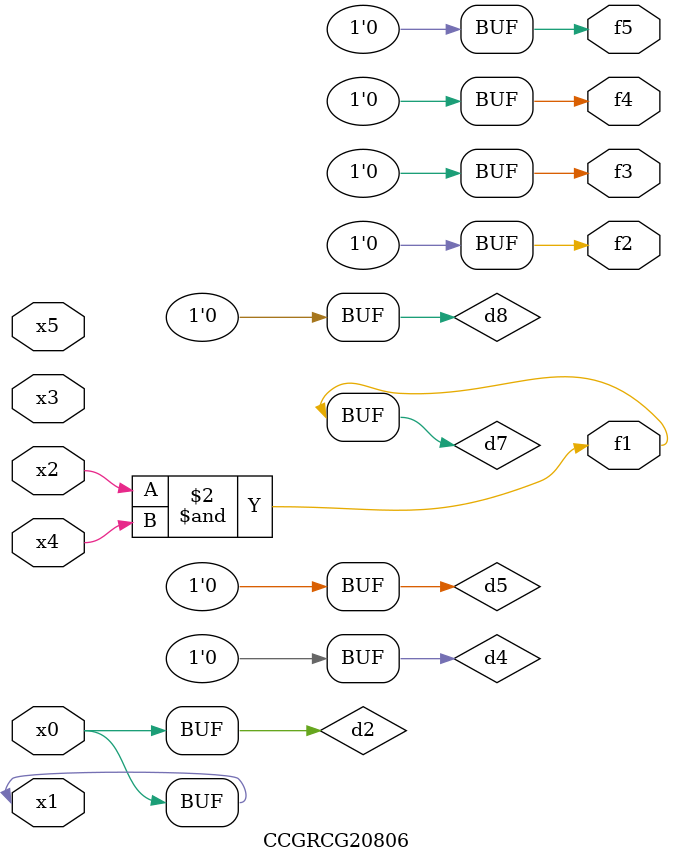
<source format=v>
module CCGRCG20806(
	input x0, x1, x2, x3, x4, x5,
	output f1, f2, f3, f4, f5
);

	wire d1, d2, d3, d4, d5, d6, d7, d8, d9;

	nand (d1, x1);
	buf (d2, x0, x1);
	nand (d3, x2, x4);
	and (d4, d1, d2);
	and (d5, d1, d2);
	nand (d6, d1, d3);
	not (d7, d3);
	xor (d8, d5);
	nor (d9, d5, d6);
	assign f1 = d7;
	assign f2 = d8;
	assign f3 = d8;
	assign f4 = d8;
	assign f5 = d8;
endmodule

</source>
